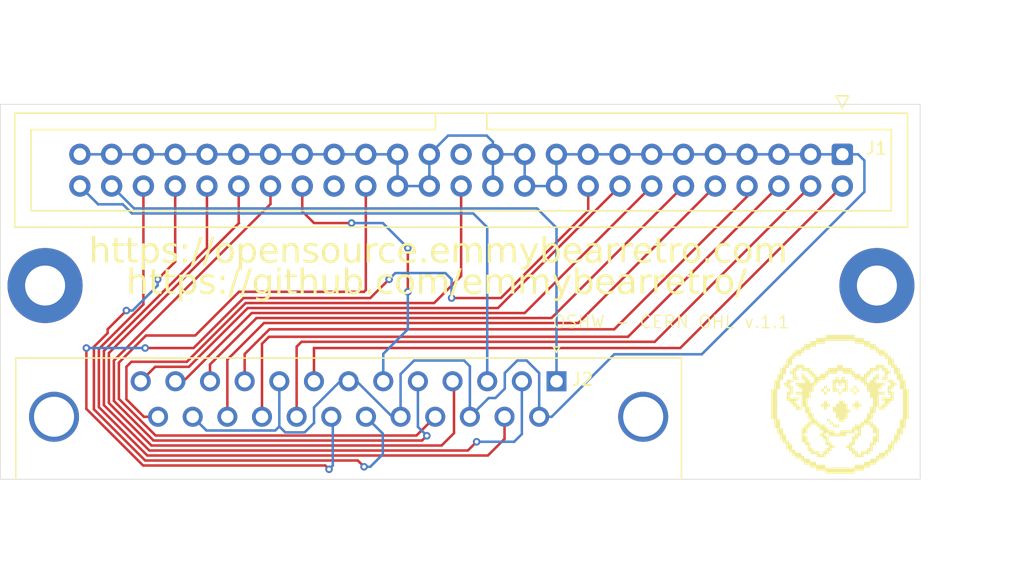
<source format=kicad_pcb>
(kicad_pcb (version 20240108) (generator "pcbnew") (generator_version "8.0")
  (layers (0 "F.Cu" signal) (31 "B.Cu" signal) (34 "B.Paste" user) (35 "F.Paste" user) (36 "B.SilkS" user "B.Silkscreen") (37 "F.SilkS" user "F.Silkscreen") (38 "B.Mask" user) (39 "F.Mask" user) (44 "Edge.Cuts" user))
  (net 0 "")
  (net 1 "/DB25_PIN_GND")
  (net 2 "/DB25_PIN5 - ACK")
  (net 3 "/DB25_PIN25 - TERM_PWR")
  (net 4 "/DB25_PIN6 - BSY")
  (net 5 "/DB25_PIN19 - SEL")
  (net 6 "/DB25_PIN3 - IO")
  (net 7 "/DB25_PIN1 - REQ")
  (net 8 "/DB25_PIN13 - DB7")
  (net 9 "/DB25_PIN12 - DB6")
  (net 10 "/DB25_PIN10 - DB3")
  (net 11 "/DB25_PIN4 - RST")
  (net 12 "/DB25_PIN23 - DB4")
  (net 13 "/DB25_PIN15 - CD")
  (net 14 "/DB25_PIN21 - DB1")
  (net 15 "/DB25_PIN11 - DB5")
  (net 16 "/DB25_PIN2 - MSG")
  (net 17 "/DB25_PIN8 - DB0")
  (net 18 "/DB25_PIN22 - DB2")
  (net 19 "/DB25_PIN17 - ATN")
  (net 20 "/DB25_PIN20 - DBP")
  (footprint "Connector_Dsub:DSUB-25_Female_Horizontal_P2.77x2.84mm_EdgePinOffset4.94mm_Housed_MountingHolesOffset4.94mm" (layer "F.Cu") (at 71.925 44.66)
    (property "Reference" "J2" (at 2.075 -0.16 360) (layer "F.SilkS"))
    (property "Value" "Conn_2Rows-25Pins_MountingPin")
    (pad "0" thru_hole circle (at -40.17 2.84) (size 4 4) (drill 3.2) (layers "*.Cu" "*.Mask"))
    (pad "0" thru_hole circle (at 6.93 2.84) (size 4 4) (drill 3.2) (layers "*.Cu" "*.Mask"))
    (pad "1" thru_hole rect (at 0 0) (size 1.6 1.6) (drill 1) (layers "*.Cu" "*.Mask") (net 7 "/DB25_PIN1 - REQ"))
    (pad "2" thru_hole circle (at -2.77 0) (size 1.6 1.6) (drill 1) (layers "*.Cu" "*.Mask") (net 16 "/DB25_PIN2 - MSG"))
    (pad "3" thru_hole circle (at -5.54 0) (size 1.6 1.6) (drill 1) (layers "*.Cu" "*.Mask") (net 6 "/DB25_PIN3 - IO"))
    (pad "4" thru_hole circle (at -8.31 0) (size 1.6 1.6) (drill 1) (layers "*.Cu" "*.Mask") (net 11 "/DB25_PIN4 - RST"))
    (pad "5" thru_hole circle (at -11.08 0) (size 1.6 1.6) (drill 1) (layers "*.Cu" "*.Mask") (net 2 "/DB25_PIN5 - ACK"))
    (pad "6" thru_hole circle (at -13.85 0) (size 1.6 1.6) (drill 1) (layers "*.Cu" "*.Mask") (net 4 "/DB25_PIN6 - BSY"))
    (pad "7" thru_hole circle (at -16.62 0) (size 1.6 1.6) (drill 1) (layers "*.Cu" "*.Mask") (net 1 "/DB25_PIN_GND"))
    (pad "8" thru_hole circle (at -19.39 0) (size 1.6 1.6) (drill 1) (layers "*.Cu" "*.Mask") (net 17 "/DB25_PIN8 - DB0"))
    (pad "9" thru_hole circle (at -22.16 0) (size 1.6 1.6) (drill 1) (layers "*.Cu" "*.Mask") (net 1 "/DB25_PIN_GND"))
    (pad "10" thru_hole circle (at -24.93 0) (size 1.6 1.6) (drill 1) (layers "*.Cu" "*.Mask") (net 10 "/DB25_PIN10 - DB3"))
    (pad "11" thru_hole circle (at -27.7 0) (size 1.6 1.6) (drill 1) (layers "*.Cu" "*.Mask") (net 15 "/DB25_PIN11 - DB5"))
    (pad "12" thru_hole circle (at -30.47 0) (size 1.6 1.6) (drill 1) (layers "*.Cu" "*.Mask") (net 9 "/DB25_PIN12 - DB6"))
    (pad "13" thru_hole circle (at -33.24 0) (size 1.6 1.6) (drill 1) (layers "*.Cu" "*.Mask") (net 8 "/DB25_PIN13 - DB7"))
    (pad "14" thru_hole circle (at -1.385 2.84) (size 1.6 1.6) (drill 1) (layers "*.Cu" "*.Mask") (net 1 "/DB25_PIN_GND"))
    (pad "15" thru_hole circle (at -4.155 2.84) (size 1.6 1.6) (drill 1) (layers "*.Cu" "*.Mask") (net 13 "/DB25_PIN15 - CD"))
    (pad "16" thru_hole circle (at -6.925 2.84) (size 1.6 1.6) (drill 1) (layers "*.Cu" "*.Mask") (net 1 "/DB25_PIN_GND"))
    (pad "17" thru_hole circle (at -9.695 2.84) (size 1.6 1.6) (drill 1) (layers "*.Cu" "*.Mask") (net 19 "/DB25_PIN17 - ATN"))
    (pad "18" thru_hole circle (at -12.465 2.84) (size 1.6 1.6) (drill 1) (layers "*.Cu" "*.Mask") (net 1 "/DB25_PIN_GND"))
    (pad "19" thru_hole circle (at -15.235 2.84) (size 1.6 1.6) (drill 1) (layers "*.Cu" "*.Mask") (net 5 "/DB25_PIN19 - SEL"))
    (pad "20" thru_hole circle (at -18.005 2.84) (size 1.6 1.6) (drill 1) (layers "*.Cu" "*.Mask") (net 20 "/DB25_PIN20 - DBP"))
    (pad "21" thru_hole circle (at -20.775 2.84) (size 1.6 1.6) (drill 1) (layers "*.Cu" "*.Mask") (net 14 "/DB25_PIN21 - DB1"))
    (pad "22" thru_hole circle (at -23.545 2.84) (size 1.6 1.6) (drill 1) (layers "*.Cu" "*.Mask") (net 18 "/DB25_PIN22 - DB2"))
    (pad "23" thru_hole circle (at -26.315 2.84) (size 1.6 1.6) (drill 1) (layers "*.Cu" "*.Mask") (net 12 "/DB25_PIN23 - DB4"))
    (pad "24" thru_hole circle (at -29.085 2.84) (size 1.6 1.6) (drill 1) (layers "*.Cu" "*.Mask") (net 1 "/DB25_PIN_GND"))
    (pad "25" thru_hole circle (at -31.855 2.84) (size 1.6 1.6) (drill 1) (layers "*.Cu" "*.Mask") (net 3 "/DB25_PIN25 - TERM_PWR"))
  )
  (footprint "Connector_IDC:IDC-Header_2x25_P2.54mm_Vertical" (layer "F.Cu") (at 94.78 26.5 -90)
    (property "Reference" "J1" (at -0.5 -2.72 180) (layer "F.SilkS"))
    (property "Value" "Conn_02x25_Odd_Even_MountingPin")
    (pad "1" thru_hole roundrect (at 0 0 270) (size 1.7 1.7) (drill 1) (layers "*.Cu" "*.Mask") (roundrect_rratio 0.147059) (net 1 "/DB25_PIN_GND"))
    (pad "2" thru_hole circle (at 2.54 0 270) (size 1.7 1.7) (drill 1) (layers "*.Cu" "*.Mask") (net 17 "/DB25_PIN8 - DB0"))
    (pad "3" thru_hole circle (at 0 2.54 270) (size 1.7 1.7) (drill 1) (layers "*.Cu" "*.Mask") (net 1 "/DB25_PIN_GND"))
    (pad "4" thru_hole circle (at 2.54 2.54 270) (size 1.7 1.7) (drill 1) (layers "*.Cu" "*.Mask") (net 14 "/DB25_PIN21 - DB1"))
    (pad "5" thru_hole circle (at 0 5.08 270) (size 1.7 1.7) (drill 1) (layers "*.Cu" "*.Mask") (net 1 "/DB25_PIN_GND"))
    (pad "6" thru_hole circle (at 2.54 5.08 270) (size 1.7 1.7) (drill 1) (layers "*.Cu" "*.Mask") (net 18 "/DB25_PIN22 - DB2"))
    (pad "7" thru_hole circle (at 0 7.62 270) (size 1.7 1.7) (drill 1) (layers "*.Cu" "*.Mask") (net 1 "/DB25_PIN_GND"))
    (pad "8" thru_hole circle (at 2.54 7.62 270) (size 1.7 1.7) (drill 1) (layers "*.Cu" "*.Mask") (net 10 "/DB25_PIN10 - DB3"))
    (pad "9" thru_hole circle (at 0 10.16 270) (size 1.7 1.7) (drill 1) (layers "*.Cu" "*.Mask") (net 1 "/DB25_PIN_GND"))
    (pad "10" thru_hole circle (at 2.54 10.16 270) (size 1.7 1.7) (drill 1) (layers "*.Cu" "*.Mask") (net 12 "/DB25_PIN23 - DB4"))
    (pad "11" thru_hole circle (at 0 12.7 270) (size 1.7 1.7) (drill 1) (layers "*.Cu" "*.Mask") (net 1 "/DB25_PIN_GND"))
    (pad "12" thru_hole circle (at 2.54 12.7 270) (size 1.7 1.7) (drill 1) (layers "*.Cu" "*.Mask") (net 15 "/DB25_PIN11 - DB5"))
    (pad "13" thru_hole circle (at 0 15.24 270) (size 1.7 1.7) (drill 1) (layers "*.Cu" "*.Mask") (net 1 "/DB25_PIN_GND"))
    (pad "14" thru_hole circle (at 2.54 15.24 270) (size 1.7 1.7) (drill 1) (layers "*.Cu" "*.Mask") (net 9 "/DB25_PIN12 - DB6"))
    (pad "15" thru_hole circle (at 0 17.78 270) (size 1.7 1.7) (drill 1) (layers "*.Cu" "*.Mask") (net 1 "/DB25_PIN_GND"))
    (pad "16" thru_hole circle (at 2.54 17.78 270) (size 1.7 1.7) (drill 1) (layers "*.Cu" "*.Mask") (net 8 "/DB25_PIN13 - DB7"))
    (pad "17" thru_hole circle (at 0 20.32 270) (size 1.7 1.7) (drill 1) (layers "*.Cu" "*.Mask") (net 1 "/DB25_PIN_GND"))
    (pad "18" thru_hole circle (at 2.54 20.32 270) (size 1.7 1.7) (drill 1) (layers "*.Cu" "*.Mask") (net 20 "/DB25_PIN20 - DBP"))
    (pad "19" thru_hole circle (at 0 22.86 270) (size 1.7 1.7) (drill 1) (layers "*.Cu" "*.Mask") (net 1 "/DB25_PIN_GND"))
    (pad "20" thru_hole circle (at 2.54 22.86 270) (size 1.7 1.7) (drill 1) (layers "*.Cu" "*.Mask") (net 1 "/DB25_PIN_GND"))
    (pad "21" thru_hole circle (at 0 25.4 270) (size 1.7 1.7) (drill 1) (layers "*.Cu" "*.Mask") (net 1 "/DB25_PIN_GND"))
    (pad "22" thru_hole circle (at 2.54 25.4 270) (size 1.7 1.7) (drill 1) (layers "*.Cu" "*.Mask") (net 1 "/DB25_PIN_GND"))
    (pad "23" thru_hole circle (at 0 27.94 270) (size 1.7 1.7) (drill 1) (layers "*.Cu" "*.Mask") (net 1 "/DB25_PIN_GND"))
    (pad "24" thru_hole circle (at 2.54 27.94 270) (size 1.7 1.7) (drill 1) (layers "*.Cu" "*.Mask") (net 1 "/DB25_PIN_GND"))
    (pad "25" thru_hole circle (at 0 30.48 270) (size 1.7 1.7) (drill 1) (layers "*.Cu" "*.Mask"))
    (pad "26" thru_hole circle (at 2.54 30.48 270) (size 1.7 1.7) (drill 1) (layers "*.Cu" "*.Mask") (net 3 "/DB25_PIN25 - TERM_PWR"))
    (pad "27" thru_hole circle (at 0 33.02 270) (size 1.7 1.7) (drill 1) (layers "*.Cu" "*.Mask") (net 1 "/DB25_PIN_GND"))
    (pad "28" thru_hole circle (at 2.54 33.02 270) (size 1.7 1.7) (drill 1) (layers "*.Cu" "*.Mask") (net 1 "/DB25_PIN_GND"))
    (pad "29" thru_hole circle (at 0 35.56 270) (size 1.7 1.7) (drill 1) (layers "*.Cu" "*.Mask") (net 1 "/DB25_PIN_GND"))
    (pad "30" thru_hole circle (at 2.54 35.56 270) (size 1.7 1.7) (drill 1) (layers "*.Cu" "*.Mask") (net 1 "/DB25_PIN_GND"))
    (pad "31" thru_hole circle (at 0 38.1 270) (size 1.7 1.7) (drill 1) (layers "*.Cu" "*.Mask") (net 1 "/DB25_PIN_GND"))
    (pad "32" thru_hole circle (at 2.54 38.1 270) (size 1.7 1.7) (drill 1) (layers "*.Cu" "*.Mask") (net 19 "/DB25_PIN17 - ATN"))
    (pad "33" thru_hole circle (at 0 40.64 270) (size 1.7 1.7) (drill 1) (layers "*.Cu" "*.Mask") (net 1 "/DB25_PIN_GND"))
    (pad "34" thru_hole circle (at 2.54 40.64 270) (size 1.7 1.7) (drill 1) (layers "*.Cu" "*.Mask"))
    (pad "35" thru_hole circle (at 0 43.18 270) (size 1.7 1.7) (drill 1) (layers "*.Cu" "*.Mask") (net 1 "/DB25_PIN_GND"))
    (pad "36" thru_hole circle (at 2.54 43.18 270) (size 1.7 1.7) (drill 1) (layers "*.Cu" "*.Mask") (net 4 "/DB25_PIN6 - BSY"))
    (pad "37" thru_hole circle (at 0 45.72 270) (size 1.7 1.7) (drill 1) (layers "*.Cu" "*.Mask") (net 1 "/DB25_PIN_GND"))
    (pad "38" thru_hole circle (at 2.54 45.72 270) (size 1.7 1.7) (drill 1) (layers "*.Cu" "*.Mask") (net 2 "/DB25_PIN5 - ACK"))
    (pad "39" thru_hole circle (at 0 48.26 270) (size 1.7 1.7) (drill 1) (layers "*.Cu" "*.Mask") (net 1 "/DB25_PIN_GND"))
    (pad "40" thru_hole circle (at 2.54 48.26 270) (size 1.7 1.7) (drill 1) (layers "*.Cu" "*.Mask") (net 11 "/DB25_PIN4 - RST"))
    (pad "41" thru_hole circle (at 0 50.8 270) (size 1.7 1.7) (drill 1) (layers "*.Cu" "*.Mask") (net 1 "/DB25_PIN_GND"))
    (pad "42" thru_hole circle (at 2.54 50.8 270) (size 1.7 1.7) (drill 1) (layers "*.Cu" "*.Mask") (net 16 "/DB25_PIN2 - MSG"))
    (pad "43" thru_hole circle (at 0 53.34 270) (size 1.7 1.7) (drill 1) (layers "*.Cu" "*.Mask") (net 1 "/DB25_PIN_GND"))
    (pad "44" thru_hole circle (at 2.54 53.34 270) (size 1.7 1.7) (drill 1) (layers "*.Cu" "*.Mask") (net 5 "/DB25_PIN19 - SEL"))
    (pad "45" thru_hole circle (at 0 55.88 270) (size 1.7 1.7) (drill 1) (layers "*.Cu" "*.Mask") (net 1 "/DB25_PIN_GND"))
    (pad "46" thru_hole circle (at 2.54 55.88 270) (size 1.7 1.7) (drill 1) (layers "*.Cu" "*.Mask") (net 13 "/DB25_PIN15 - CD"))
    (pad "47" thru_hole circle (at 0 58.42 270) (size 1.7 1.7) (drill 1) (layers "*.Cu" "*.Mask") (net 1 "/DB25_PIN_GND"))
    (pad "48" thru_hole circle (at 2.54 58.42 270) (size 1.7 1.7) (drill 1) (layers "*.Cu" "*.Mask") (net 7 "/DB25_PIN1 - REQ"))
    (pad "49" thru_hole circle (at 0 60.96 270) (size 1.7 1.7) (drill 1) (layers "*.Cu" "*.Mask") (net 1 "/DB25_PIN_GND"))
    (pad "50" thru_hole circle (at 2.54 60.96 270) (size 1.7 1.7) (drill 1) (layers "*.Cu" "*.Mask") (net 6 "/DB25_PIN3 - IO"))
  )
  (footprint "EmmyBearRetro:emmy_bear_retro_12x12" (layer "F.Cu") (at 94.54 46.5)
    (property "Reference" "G***" (hide yes))
    (property "Value" "LOGO" (hide yes))
  )
  (gr_rect (start 27.46 22.5) (end 101 52.5) (stroke (width 0.05)) (fill none) (layer "Edge.Cuts"))
  (gr_text "OSHW - CERN OHL v.1.1" (at 71.54 40.5 0) (layer "F.SilkS") (effects (font (size 1 1) (thickness 0.1)) (justify left bottom)))
  (gr_text "https://github.com/emmybearretro/" (at 37.54 38 0) (layer "F.SilkS") (effects (font (size 2 2) (thickness 0.1)) (justify left bottom)))
  (gr_text "https://opensource.emmybearretro.com\n" (at 34.54 35.5 0) (layer "F.SilkS") (effects (font (size 2 2) (thickness 0.1)) (justify left bottom)))
  (via (at 31.04 37) (size 6) (drill 3.2) (layers "F.Cu" "B.Cu") (net 0))
  (via (at 97.54 37) (size 6) (drill 3.2) (layers "F.Cu" "B.Cu") (net 0))
  (segment (start 71.92 26.62) (end 72.04 26.5) (width 0.2) (layer "F.Cu") (net 1))
  (segment (start 72.04 26.5) (end 71.92 26.5) (width 0.2) (layer "F.Cu") (net 1))
  (segment (start 55.48863 44.66) (end 55.305 44.66) (width 0.2) (layer "F.Cu") (net 1))
  (segment (start 58.79 47.5) (end 59.46 47.5) (width 0.2) (layer "B.Cu") (net 1))
  (segment (start 50.24 48.75) (end 51.79 48.75) (width 0.2) (layer "B.Cu") (net 1))
  (segment (start 68.79 43) (end 67.79 44) (width 0.2) (layer "B.Cu") (net 1))
  (segment (start 63.26 25) (end 66.34 25) (width 0.2) (layer "B.Cu") (net 1))
  (segment (start 66.84 26.5) (end 66.84 29.04) (width 0.2) (layer "B.Cu") (net 1))
  (segment (start 51.79 48.75) (end 52.54 48) (width 0.2) (layer "B.Cu") (net 1))
  (segment (start 52.54 48) (end 52.54 46.75) (width 0.2) (layer "B.Cu") (net 1))
  (segment (start 52.54 46.75) (end 54.63 44.66) (width 0.2) (layer "B.Cu") (net 1))
  (segment (start 65 47.5) (end 65.54 47.5) (width 0.2) (layer "B.Cu") (net 1))
  (segment (start 70.54 47.5) (end 71.54 47.5) (width 0.2) (layer "B.Cu") (net 1))
  (segment (start 71.54 47.5) (end 76.54 42.5) (width 0.2) (layer "B.Cu") (net 1))
  (segment (start 70.54 47.5) (end 70.54 44) (width 0.2) (layer "B.Cu") (net 1))
  (segment (start 61.76 26.5) (end 61.76 29.04) (width 0.2) (layer "B.Cu") (net 1))
  (segment (start 54.63 44.66) (end 55.305 44.66) (width 0.2) (layer "B.Cu") (net 1))
  (segment (start 70.54 44) (end 69.54 43) (width 0.2) (layer "B.Cu") (net 1))
  (segment (start 49.765 48.275) (end 50.24 48.75) (width 0.2) (layer "B.Cu") (net 1))
  (segment (start 67.79 45.25) (end 67.04 46) (width 0.2) (layer "B.Cu") (net 1))
  (segment (start 70.54 47.5) (end 70.04 47.5) (width 0.2) (layer "B.Cu") (net 1))
  (segment (start 60.54 43) (end 64.54 43) (width 0.2) (layer "B.Cu") (net 1))
  (segment (start 69.54 43) (end 68.79 43) (width 0.2) (layer "B.Cu") (net 1))
  (segment (start 96.54 27) (end 96.04 26.5) (width 0.2) (layer "B.Cu") (net 1))
  (segment (start 66.34 25) (end 66.84 25.5) (width 0.2) (layer "B.Cu") (net 1))
  (segment (start 43.94 48.6) (end 49.04 48.6) (width 0.2) (layer "B.Cu") (net 1))
  (segment (start 96.04 26.5) (end 94.78 26.5) (width 0.2) (layer "B.Cu") (net 1))
  (segment (start 59.22 26.5) (end 56.68 26.5) (width 0.2) (layer "B.Cu") (net 1))
  (segment (start 59.46 44.08) (end 60.54 43) (width 0.2) (layer "B.Cu") (net 1))
  (segment (start 61.76 26.5) (end 63.26 25) (width 0.2) (layer "B.Cu") (net 1))
  (segment (start 66.84 25.5) (end 66.84 26.5) (width 0.2) (layer "B.Cu") (net 1))
  (segment (start 67.79 44) (end 67.79 45.25) (width 0.2) (layer "B.Cu") (net 1))
  (segment (start 56.68 26.5) (end 33.82 26.5) (width 0.2) (layer "B.Cu") (net 1))
  (segment (start 71.92 29.04) (end 69.38 29.04) (width 0.2) (layer "B.Cu") (net 1))
  (segment (start 49.04 48.6) (end 49.44 48.6) (width 0.2) (layer "B.Cu") (net 1))
  (segment (start 55.305 44.66) (end 55.95 44.66) (width 0.2) (layer "B.Cu") (net 1))
  (segment (start 61.76 29.04) (end 59.22 29.04) (width 0.2) (layer "B.Cu") (net 1))
  (segment (start 55.95 44.66) (end 58.79 47.5) (width 0.2) (layer "B.Cu") (net 1))
  (segment (start 49.44 48.6) (end 49.765 48.275) (width 0.2) (layer "B.Cu") (net 1))
  (segment (start 94.78 26.5) (end 71.92 26.5) (width 0.2) (layer "B.Cu") (net 1))
  (segment (start 42.84 47.5) (end 43.94 48.6) (width 0.2) (layer "B.Cu") (net 1))
  (segment (start 65 43.46) (end 65 47.5) (width 0.2) (layer "B.Cu") (net 1))
  (segment (start 69.38 26.5) (end 66.84 26.5) (width 0.2) (layer "B.Cu") (net 1))
  (segment (start 67.04 46) (end 66.5 46) (width 0.2) (layer "B.Cu") (net 1))
  (segment (start 76.54 42.5) (end 83.54 42.5) (width 0.2) (layer "B.Cu") (net 1))
  (segment (start 59.46 47.5) (end 59.46 44.08) (width 0.2) (layer "B.Cu") (net 1))
  (segment (start 96.54 29.5) (end 96.54 27) (width 0.2) (layer "B.Cu") (net 1))
  (segment (start 71.92 26.5) (end 71.92 29.04) (width 0.2) (layer "B.Cu") (net 1))
  (segment (start 69.38 29.04) (end 69.38 26.5) (width 0.2) (layer "B.Cu") (net 1))
  (segment (start 49.765 48.275) (end 49.765 44.66) (width 0.2) (layer "B.Cu") (net 1))
  (segment (start 83.54 42.5) (end 96.54 29.5) (width 0.2) (layer "B.Cu") (net 1))
  (segment (start 64.54 43) (end 65 43.46) (width 0.2) (layer "B.Cu") (net 1))
  (segment (start 59.22 26.5) (end 59.22 29.04) (width 0.2) (layer "B.Cu") (net 1))
  (segment (start 66.5 46) (end 65 47.5) (width 0.2) (layer "B.Cu") (net 1))
  (segment (start 39.707258 49.4) (end 36.54 46.232742) (width 0.2) (layer "F.Cu") (net 2))
  (segment (start 61.559265 49.019265) (end 61.17853 49.4) (width 0.2) (layer "F.Cu") (net 2))
  (segment (start 61.2 44.66) (end 60.845 44.66) (width 0.2) (layer "F.Cu") (net 2))
  (segment (start 61.17853 49.4) (end 39.707258 49.4) (width 0.2) (layer "F.Cu") (net 2))
  (segment (start 36.54 43) (end 49.06 30.48) (width 0.2) (layer "F.Cu") (net 2))
  (segment (start 61.57853 49) (end 61.559265 49.019265) (width 0.2) (layer "F.Cu") (net 2))
  (segment (start 36.54 46.232742) (end 36.54 43) (width 0.2) (layer "F.Cu") (net 2))
  (segment (start 49.06 30.48) (end 49.06 29.04) (width 0.2) (layer "F.Cu") (net 2))
  (via (at 61.559265 49.019265) (size 0.6) (drill 0.3) (layers "F.Cu" "B.Cu") (net 2))
  (segment (start 61.559265 49.019265) (end 60.845 48.305) (width 0.2) (layer "B.Cu") (net 2))
  (segment (start 60.845 48.305) (end 60.845 44.66) (width 0.2) (layer "B.Cu") (net 2))
  (segment (start 64.3 36.24) (end 62.14 38.4) (width 0.2) (layer "F.Cu") (net 3))
  (segment (start 37.54 46.10137) (end 38.93863 47.5) (width 0.2) (layer "F.Cu") (net 3))
  (segment (start 37.54 43.5) (end 37.54 46.10137) (width 0.2) (layer "F.Cu") (net 3))
  (segment (start 62.14 38.4) (end 47.074314 38.4) (width 0.2) (layer "F.Cu") (net 3))
  (segment (start 64.3 29.04) (end 64.3 36.24) (width 0.2) (layer "F.Cu") (net 3))
  (segment (start 37.94 43.1) (end 37.54 43.5) (width 0.2) (layer "F.Cu") (net 3))
  (segment (start 47.074314 38.4) (end 42.374314 43.1) (width 0.2) (layer "F.Cu") (net 3))
  (segment (start 42.374314 43.1) (end 37.94 43.1) (width 0.2) (layer "F.Cu") (net 3))
  (segment (start 38.93863 47.5) (end 40.07 47.5) (width 0.2) (layer "F.Cu") (net 3))
  (segment (start 52.54 32) (end 51.6 31.06) (width 0.2) (layer "F.Cu") (net 4))
  (segment (start 51.6 31.06) (end 51.6 29.04) (width 0.2) (layer "F.Cu") (net 4))
  (segment (start 60.04 34) (end 60.04 37.5) (width 0.2) (layer "F.Cu") (net 4))
  (segment (start 55.54 32) (end 52.54 32) (width 0.2) (layer "F.Cu") (net 4))
  (via (at 60.04 37.5) (size 0.6) (drill 0.3) (layers "F.Cu" "B.Cu") (net 4))
  (via (at 60.04 34) (size 0.6) (drill 0.3) (layers "F.Cu" "B.Cu") (net 4))
  (via (at 55.54 32) (size 0.6) (drill 0.3) (layers "F.Cu" "B.Cu") (net 4))
  (segment (start 55.54 32) (end 58.04 32) (width 0.2) (layer "B.Cu") (net 4))
  (segment (start 60.04 40.5) (end 58.075 42.465) (width 0.2) (layer "B.Cu") (net 4))
  (segment (start 58.075 42.465) (end 58.075 44.66) (width 0.2) (layer "B.Cu") (net 4))
  (segment (start 60.04 37.5) (end 60.04 40.5) (width 0.2) (layer "B.Cu") (net 4))
  (segment (start 58.04 32) (end 60.04 34) (width 0.2) (layer "B.Cu") (net 4))
  (segment (start 39.04 51) (end 34.94 46.9) (width 0.2) (layer "F.Cu") (net 5))
  (segment (start 36.04 40.802942) (end 36.04 40.5) (width 0.2) (layer "F.Cu") (net 5))
  (segment (start 56.04 51) (end 39.04 51) (width 0.2) (layer "F.Cu") (net 5))
  (segment (start 41.44 29.04) (end 41.44 35.1) (width 0.2) (layer "F.Cu") (net 5))
  (segment (start 41.44 35.1) (end 40.04 36.5) (width 0.2) (layer "F.Cu") (net 5))
  (segment (start 34.94 46.9) (end 34.94 41.902942) (width 0.2) (layer "F.Cu") (net 5))
  (segment (start 56.54 51.5) (end 56.04 51) (width 0.2) (layer "F.Cu") (net 5))
  (segment (start 36.04 40.5) (end 37.54 39) (width 0.2) (layer "F.Cu") (net 5))
  (segment (start 34.94 41.902942) (end 36.04 40.802942) (width 0.2) (layer "F.Cu") (net 5))
  (via (at 56.54 51.5) (size 0.6) (drill 0.3) (layers "F.Cu" "B.Cu") (net 5))
  (via (at 37.54 39) (size 0.6) (drill 0.3) (layers "F.Cu" "B.Cu") (net 5))
  (via (at 40.04 36.5) (size 0.6) (drill 0.3) (layers "F.Cu" "B.Cu") (net 5))
  (segment (start 37.54 39) (end 38.04 39) (width 0.2) (layer "B.Cu") (net 5))
  (segment (start 56.54 51.5) (end 57.04 51.5) (width 0.2) (layer "B.Cu") (net 5))
  (segment (start 57.04 51.5) (end 58.04 50.5) (width 0.2) (layer "B.Cu") (net 5))
  (segment (start 58.04 48.85) (end 56.69 47.5) (width 0.2) (layer "B.Cu") (net 5))
  (segment (start 40.04 37) (end 40.04 36.5) (width 0.2) (layer "B.Cu") (net 5))
  (segment (start 58.04 50.5) (end 58.04 48.85) (width 0.2) (layer "B.Cu") (net 5))
  (segment (start 38.04 39) (end 40.04 37) (width 0.2) (layer "B.Cu") (net 5))
  (segment (start 66.385 32.345) (end 65.27 31.23) (width 0.2) (layer "B.Cu") (net 6))
  (segment (start 37.254315 30.5) (end 35.28 30.5) (width 0.2) (layer "B.Cu") (net 6))
  (segment (start 66.385 44.66) (end 66.385 32.345) (width 0.2) (layer "B.Cu") (net 6))
  (segment (start 65.27 31.23) (end 37.984315 31.23) (width 0.2) (layer "B.Cu") (net 6))
  (segment (start 35.28 30.5) (end 33.82 29.04) (width 0.2) (layer "B.Cu") (net 6))
  (segment (start 37.984315 31.23) (end 37.254315 30.5) (width 0.2) (layer "B.Cu") (net 6))
  (segment (start 70.37 30.83) (end 71.925 32.385) (width 0.2) (layer "B.Cu") (net 7))
  (segment (start 71.925 32.385) (end 71.925 44.66) (width 0.2) (layer "B.Cu") (net 7))
  (segment (start 36.36 29.04) (end 38.15 30.83) (width 0.2) (layer "B.Cu") (net 7))
  (segment (start 38.15 30.83) (end 70.37 30.83) (width 0.2) (layer "B.Cu") (net 7))
  (segment (start 39.845 43.5) (end 38.685 44.66) (width 0.2) (layer "F.Cu") (net 8))
  (segment (start 77 29.04) (end 67.24 38.8) (width 0.2) (layer "F.Cu") (net 8))
  (segment (start 47.24 38.8) (end 42.54 43.5) (width 0.2) (layer "F.Cu") (net 8))
  (segment (start 42.54 43.5) (end 39.845 43.5) (width 0.2) (layer "F.Cu") (net 8))
  (segment (start 67.24 38.8) (end 47.24 38.8) (width 0.2) (layer "F.Cu") (net 8))
  (segment (start 47.557157 39.2) (end 42.097157 44.66) (width 0.2) (layer "F.Cu") (net 9))
  (segment (start 79.54 29.04) (end 69.38 39.2) (width 0.2) (layer "F.Cu") (net 9))
  (segment (start 69.38 39.2) (end 47.557157 39.2) (width 0.2) (layer "F.Cu") (net 9))
  (segment (start 42.097157 44.66) (end 41.455 44.66) (width 0.2) (layer "F.Cu") (net 9))
  (segment (start 87.16 29.04) (end 87.16 29.88) (width 0.2) (layer "F.Cu") (net 10))
  (segment (start 76.54 40.5) (end 48.974314 40.5) (width 0.2) (layer "F.Cu") (net 10))
  (segment (start 87.16 29.88) (end 76.54 40.5) (width 0.2) (layer "F.Cu") (net 10))
  (segment (start 46.995 42.479314) (end 46.995 44.66) (width 0.2) (layer "F.Cu") (net 10))
  (segment (start 48.974314 40.5) (end 46.995 42.479314) (width 0.2) (layer "F.Cu") (net 10))
  (segment (start 36.14 46.398428) (end 36.14 42.4) (width 0.2) (layer "F.Cu") (net 11))
  (segment (start 46.52 31.98) (end 46.52 29.04) (width 0.2) (layer "F.Cu") (net 11))
  (segment (start 63.73 44.775) (end 63.73 48.81) (width 0.2) (layer "F.Cu") (net 11))
  (segment (start 36.14 42.4) (end 46.54 32) (width 0.2) (layer "F.Cu") (net 11))
  (segment (start 62.74 49.8) (end 39.541572 49.8) (width 0.2) (layer "F.Cu") (net 11))
  (segment (start 46.54 32) (end 46.52 31.98) (width 0.2) (layer "F.Cu") (net 11))
  (segment (start 63.615 44.66) (end 63.73 44.775) (width 0.2) (layer "F.Cu") (net 11))
  (segment (start 39.541572 49.8) (end 36.14 46.398428) (width 0.2) (layer "F.Cu") (net 11))
  (segment (start 63.73 48.81) (end 62.74 49.8) (width 0.2) (layer "F.Cu") (net 11))
  (segment (start 84.62 29.04) (end 73.66 40) (width 0.2) (layer "F.Cu") (net 12))
  (segment (start 45.61 42.93) (end 45.61 47.5) (width 0.2) (layer "F.Cu") (net 12))
  (segment (start 73.66 40) (end 48.54 40) (width 0.2) (layer "F.Cu") (net 12))
  (segment (start 48.54 40) (end 45.61 42.93) (width 0.2) (layer "F.Cu") (net 12))
  (segment (start 39.2102 50.6) (end 66.44 50.6) (width 0.2) (layer "F.Cu") (net 13))
  (segment (start 38.9 38.508628) (end 35.34 42.068628) (width 0.2) (layer "F.Cu") (net 13))
  (segment (start 38.9 29.04) (end 38.9 38.508628) (width 0.2) (layer "F.Cu") (net 13))
  (segment (start 67.77 49.27) (end 67.77 47.5) (width 0.2) (layer "F.Cu") (net 13))
  (segment (start 35.34 46.7298) (end 39.2102 50.6) (width 0.2) (layer "F.Cu") (net 13))
  (segment (start 66.44 50.6) (end 67.77 49.27) (width 0.2) (layer "F.Cu") (net 13))
  (segment (start 35.34 42.068628) (end 35.34 46.7298) (width 0.2) (layer "F.Cu") (net 13))
  (segment (start 51.15 41.89) (end 51.54 41.5) (width 0.2) (layer "F.Cu") (net 14))
  (segment (start 79.78 41.5) (end 51.54 41.5) (width 0.2) (layer "F.Cu") (net 14))
  (segment (start 92.24 29.04) (end 79.78 41.5) (width 0.2) (layer "F.Cu") (net 14))
  (segment (start 51.15 47.5) (end 51.15 41.89) (width 0.2) (layer "F.Cu") (net 14))
  (segment (start 44.225 43.315) (end 44.225 44.66) (width 0.2) (layer "F.Cu") (net 15))
  (segment (start 71.52 39.6) (end 47.94 39.6) (width 0.2) (layer "F.Cu") (net 15))
  (segment (start 47.94 39.6) (end 44.225 43.315) (width 0.2) (layer "F.Cu") (net 15))
  (segment (start 82.08 29.04) (end 71.52 39.6) (width 0.2) (layer "F.Cu") (net 15))
  (segment (start 68.88 44.66) (end 69.155 44.66) (width 0.2) (layer "F.Cu") (net 16))
  (segment (start 64.84 50.2) (end 65.54 49.5) (width 0.2) (layer "F.Cu") (net 16))
  (segment (start 39.375886 50.2) (end 64.84 50.2) (width 0.2) (layer "F.Cu") (net 16))
  (segment (start 35.74 42.234314) (end 35.74 46.564114) (width 0.2) (layer "F.Cu") (net 16))
  (segment (start 35.74 46.564114) (end 39.375886 50.2) (width 0.2) (layer "F.Cu") (net 16))
  (segment (start 43.98 29.04) (end 43.98 33.994314) (width 0.2) (layer "F.Cu") (net 16))
  (segment (start 43.98 33.994314) (end 35.74 42.234314) (width 0.2) (layer "F.Cu") (net 16))
  (via (at 65.54 49.5) (size 0.6) (drill 0.3) (layers "F.Cu" "B.Cu") (net 16))
  (segment (start 65.54 49.5) (end 68.54 49.5) (width 0.2) (layer "B.Cu") (net 16))
  (segment (start 69.155 48.885) (end 69.155 44.66) (width 0.2) (layer "B.Cu") (net 16))
  (segment (start 68.54 49.5) (end 69.155 48.885) (width 0.2) (layer "B.Cu") (net 16))
  (segment (start 52.535 42.005) (end 52.535 44.66) (width 0.2) (layer "F.Cu") (net 17))
  (segment (start 94.78 29.04) (end 81.82 42) (width 0.2) (layer "F.Cu") (net 17))
  (segment (start 52.54 42) (end 52.535 42.005) (width 0.2) (layer "F.Cu") (net 17))
  (segment (start 81.82 42) (end 52.54 42) (width 0.2) (layer "F.Cu") (net 17))
  (segment (start 48.94 41.1) (end 48.38 41.66) (width 0.2) (layer "F.Cu") (net 18))
  (segment (start 77.64 41.1) (end 48.94 41.1) (width 0.2) (layer "F.Cu") (net 18))
  (segment (start 48.38 41.66) (end 48.38 47.5) (width 0.2) (layer "F.Cu") (net 18))
  (segment (start 89.7 29.04) (end 77.64 41.1) (width 0.2) (layer "F.Cu") (net 18))
  (segment (start 43.04 41) (end 39.105686 41) (width 0.2) (layer "F.Cu") (net 19))
  (segment (start 46.54 37.5) (end 43.04 41) (width 0.2) (layer "F.Cu") (net 19))
  (segment (start 39.872944 49) (end 60.73 49) (width 0.2) (layer "F.Cu") (net 19))
  (segment (start 36.94 43.165686) (end 36.94 46.067056) (width 0.2) (layer "F.Cu") (net 19))
  (segment (start 56.68 29.04) (end 56.68 37.36) (width 0.2) (layer "F.Cu") (net 19))
  (segment (start 56.54 37.5) (end 46.54 37.5) (width 0.2) (layer "F.Cu") (net 19))
  (segment (start 39.105686 41) (end 36.94 43.165686) (width 0.2) (layer "F.Cu") (net 19))
  (segment (start 36.94 46.067056) (end 39.872944 49) (width 0.2) (layer "F.Cu") (net 19))
  (segment (start 56.68 37.36) (end 56.54 37.5) (width 0.2) (layer "F.Cu") (net 19))
  (segment (start 60.73 49) (end 62.23 47.5) (width 0.2) (layer "F.Cu") (net 19))
  (segment (start 42.908628 42) (end 39.04 42) (width 0.2) (layer "F.Cu") (net 20))
  (segment (start 38.874315 51.4) (end 34.34 46.865685) (width 0.2) (layer "F.Cu") (net 20))
  (segment (start 46.908628 38) (end 42.908628 42) (width 0.2) (layer "F.Cu") (net 20))
  (segment (start 63.54 38) (end 67.474314 38) (width 0.2) (layer "F.Cu") (net 20))
  (segment (start 34.34 46.865685) (end 34.34 42) (width 0.2) (layer "F.Cu") (net 20))
  (segment (start 53.74 51.7) (end 53.44 51.4) (width 0.2) (layer "F.Cu") (net 20))
  (segment (start 57.04 38) (end 46.908628 38) (width 0.2) (layer "F.Cu") (net 20))
  (segment (start 58.54 36.5) (end 57.04 38) (width 0.2) (layer "F.Cu") (net 20))
  (segment (start 67.474314 38) (end 74.46 31.014314) (width 0.2) (layer "F.Cu") (net 20))
  (segment (start 53.44 51.4) (end 38.874315 51.4) (width 0.2) (layer "F.Cu") (net 20))
  (segment (start 74.46 31.014314) (end 74.46 29.04) (width 0.2) (layer "F.Cu") (net 20))
  (via (at 39.04 42) (size 0.6) (drill 0.3) (layers "F.Cu" "B.Cu") (net 20))
  (via (at 63.54 38) (size 0.6) (drill 0.3) (layers "F.Cu" "B.Cu") (net 20))
  (via (at 34.34 42) (size 0.6) (drill 0.3) (layers "F.Cu" "B.Cu") (net 20))
  (via (at 53.74 51.7) (size 0.6) (drill 0.3) (layers "F.Cu" "B.Cu") (net 20))
  (via (at 58.54 36.5) (size 0.6) (drill 0.3) (layers "F.Cu" "B.Cu") (net 20))
  (segment (start 53.54 47.12) (end 53.92 47.5) (width 0.2) (layer "B.Cu") (net 20))
  (segment (start 54.04 51.4) (end 54.04 47.62) (width 0.2) (layer "B.Cu") (net 20))
  (segment (start 53.54 47.231322) (end 53.54 47.12) (width 0.2) (layer "B.Cu") (net 20))
  (segment (start 59.04 36) (end 58.54 36.5) (width 0.2) (layer "B.Cu") (net 20))
  (segment (start 53.92 47.5) (end 53.94 47.52) (width 0.2) (layer "B.Cu") (net 20))
  (segment (start 63.54 36.5) (end 63.04 36) (width 0.2) (layer "B.Cu") (net 20))
  (segment (start 63.04 36) (end 59.04 36) (width 0.2) (layer "B.Cu") (net 20))
  (segment (start 53.74 51.7) (end 54.04 51.4) (width 0.2) (layer "B.Cu") (net 20))
  (segment (start 63.54 38) (end 63.54 36.5) (width 0.2) (layer "B.Cu") (net 20))
  (segment (start 54.04 47.62) (end 53.92 47.5) (width 0.2) (layer "B.Cu") (net 20))
  (segment (start 39.04 42) (end 34.34 42) (width 0.2) (layer "B.Cu") (net 20))
)
</source>
